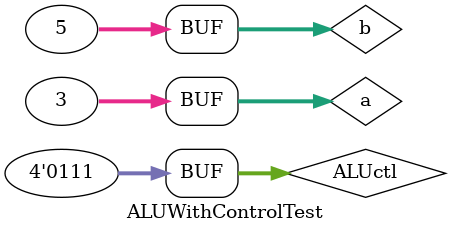
<source format=v>
`timescale 1ns / 1ps


module ALUWithControlTest;

	// Inputs
	reg [31:0] a;
	reg [31:0] b;
	reg [3:0] ALUctl;

	// Outputs
	wire [31:0] ALUOut;
	wire [1:0] zero;

	// Instantiate the Unit Under Test (UUT)
	ALUWithControl uut (
		.a(a), 
		.b(b), 
		.ALUctl(ALUctl), 
		.ALUOut(ALUOut), 
		.zero(zero)
	);

	initial begin
		// Initialize Inputs
		a = 0;		b = 0;		ALUctl = 0;

		// Wait 100 ns for global reset to finish
		#100;
        
		// Add stimulus here
		a = 4'b0101;		b = 4'b0011;		ALUctl = 4'b0000;
		#100;
		a = 4'b0101;		b = 4'b0011;		ALUctl = 4'b0001;
		#100;
		a = 4'b0101;		b = 4'b0011;		ALUctl = 4'b0010;
		#100;
		a = 4'b0101;		b = 4'b0011;		ALUctl = 4'b0110;
		#100;
		a = 4'b0101;		b = 4'b0011;		ALUctl = 4'b0111;
		#100;
		a = 4'b0011;		b = 4'b0101;		ALUctl = 4'b0111;
		#100;
	end
      
endmodule


</source>
